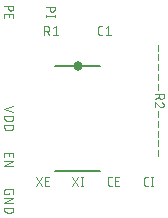
<source format=gbr>
G04 EAGLE Gerber RS-274X export*
G75*
%MOMM*%
%FSLAX34Y34*%
%LPD*%
%INSilkscreen Top*%
%IPPOS*%
%AMOC8*
5,1,8,0,0,1.08239X$1,22.5*%
G01*
%ADD10C,0.050800*%
%ADD11C,0.127000*%
%ADD12C,0.800000*%


D10*
X115713Y160254D02*
X114019Y160254D01*
X113938Y160256D01*
X113858Y160262D01*
X113778Y160271D01*
X113699Y160285D01*
X113620Y160302D01*
X113542Y160323D01*
X113465Y160347D01*
X113390Y160375D01*
X113316Y160407D01*
X113243Y160442D01*
X113173Y160481D01*
X113104Y160523D01*
X113037Y160568D01*
X112972Y160616D01*
X112910Y160668D01*
X112851Y160722D01*
X112794Y160779D01*
X112740Y160838D01*
X112688Y160900D01*
X112640Y160965D01*
X112595Y161032D01*
X112553Y161101D01*
X112514Y161171D01*
X112479Y161244D01*
X112447Y161318D01*
X112419Y161393D01*
X112395Y161470D01*
X112374Y161548D01*
X112357Y161627D01*
X112343Y161706D01*
X112334Y161786D01*
X112328Y161866D01*
X112326Y161947D01*
X112326Y166181D01*
X112328Y166262D01*
X112334Y166342D01*
X112343Y166422D01*
X112357Y166501D01*
X112374Y166580D01*
X112395Y166658D01*
X112419Y166735D01*
X112447Y166810D01*
X112479Y166884D01*
X112514Y166957D01*
X112553Y167027D01*
X112595Y167096D01*
X112640Y167163D01*
X112688Y167228D01*
X112740Y167290D01*
X112794Y167349D01*
X112851Y167406D01*
X112910Y167460D01*
X112972Y167512D01*
X113037Y167560D01*
X113104Y167605D01*
X113172Y167647D01*
X113243Y167686D01*
X113316Y167721D01*
X113390Y167753D01*
X113465Y167781D01*
X113542Y167805D01*
X113620Y167826D01*
X113699Y167843D01*
X113778Y167857D01*
X113858Y167866D01*
X113938Y167872D01*
X114019Y167874D01*
X115713Y167874D01*
X118441Y166181D02*
X120557Y167874D01*
X120557Y160254D01*
X118441Y160254D02*
X122674Y160254D01*
X123508Y32754D02*
X121814Y32754D01*
X121733Y32756D01*
X121653Y32762D01*
X121573Y32771D01*
X121494Y32785D01*
X121415Y32802D01*
X121337Y32823D01*
X121260Y32847D01*
X121185Y32875D01*
X121111Y32907D01*
X121038Y32942D01*
X120968Y32981D01*
X120899Y33023D01*
X120832Y33068D01*
X120767Y33116D01*
X120705Y33168D01*
X120646Y33222D01*
X120589Y33279D01*
X120535Y33338D01*
X120483Y33400D01*
X120435Y33465D01*
X120390Y33532D01*
X120348Y33601D01*
X120309Y33671D01*
X120274Y33744D01*
X120242Y33818D01*
X120214Y33893D01*
X120190Y33970D01*
X120169Y34048D01*
X120152Y34127D01*
X120138Y34206D01*
X120129Y34286D01*
X120123Y34366D01*
X120121Y34447D01*
X120121Y38681D01*
X120123Y38762D01*
X120129Y38842D01*
X120138Y38922D01*
X120152Y39001D01*
X120169Y39080D01*
X120190Y39158D01*
X120214Y39235D01*
X120242Y39310D01*
X120274Y39384D01*
X120309Y39457D01*
X120348Y39527D01*
X120390Y39596D01*
X120435Y39663D01*
X120483Y39728D01*
X120535Y39790D01*
X120589Y39849D01*
X120646Y39906D01*
X120705Y39960D01*
X120767Y40012D01*
X120832Y40060D01*
X120899Y40105D01*
X120967Y40147D01*
X121038Y40186D01*
X121111Y40221D01*
X121185Y40253D01*
X121260Y40281D01*
X121337Y40305D01*
X121415Y40326D01*
X121494Y40343D01*
X121573Y40357D01*
X121653Y40366D01*
X121733Y40372D01*
X121814Y40374D01*
X123508Y40374D01*
X126492Y32754D02*
X129879Y32754D01*
X126492Y32754D02*
X126492Y40374D01*
X129879Y40374D01*
X129032Y36987D02*
X126492Y36987D01*
X152886Y32754D02*
X154579Y32754D01*
X152886Y32754D02*
X152805Y32756D01*
X152725Y32762D01*
X152645Y32771D01*
X152566Y32785D01*
X152487Y32802D01*
X152409Y32823D01*
X152332Y32847D01*
X152257Y32875D01*
X152183Y32907D01*
X152110Y32942D01*
X152040Y32981D01*
X151971Y33023D01*
X151904Y33068D01*
X151839Y33116D01*
X151777Y33168D01*
X151718Y33222D01*
X151661Y33279D01*
X151607Y33338D01*
X151555Y33400D01*
X151507Y33465D01*
X151462Y33532D01*
X151420Y33601D01*
X151381Y33671D01*
X151346Y33744D01*
X151314Y33818D01*
X151286Y33893D01*
X151262Y33970D01*
X151241Y34048D01*
X151224Y34127D01*
X151210Y34206D01*
X151201Y34286D01*
X151195Y34366D01*
X151193Y34447D01*
X151192Y34447D02*
X151192Y38681D01*
X151193Y38681D02*
X151195Y38762D01*
X151201Y38842D01*
X151210Y38922D01*
X151224Y39001D01*
X151241Y39080D01*
X151262Y39158D01*
X151286Y39235D01*
X151314Y39310D01*
X151346Y39384D01*
X151381Y39457D01*
X151420Y39527D01*
X151462Y39596D01*
X151507Y39663D01*
X151555Y39728D01*
X151607Y39790D01*
X151661Y39849D01*
X151718Y39906D01*
X151777Y39960D01*
X151839Y40012D01*
X151904Y40060D01*
X151971Y40105D01*
X152039Y40147D01*
X152110Y40186D01*
X152183Y40221D01*
X152257Y40253D01*
X152332Y40281D01*
X152409Y40305D01*
X152487Y40326D01*
X152566Y40343D01*
X152645Y40357D01*
X152725Y40366D01*
X152805Y40372D01*
X152886Y40374D01*
X154579Y40374D01*
X157961Y40374D02*
X157961Y32754D01*
X157114Y32754D02*
X158808Y32754D01*
X158808Y40374D02*
X157114Y40374D01*
X32754Y56893D02*
X32754Y60280D01*
X40374Y60280D01*
X40374Y56893D01*
X36987Y57740D02*
X36987Y60280D01*
X40374Y53953D02*
X32754Y53953D01*
X32754Y49720D02*
X40374Y53953D01*
X40374Y49720D02*
X32754Y49720D01*
X36987Y26956D02*
X36987Y25686D01*
X32754Y25686D01*
X32754Y28226D01*
X32756Y28307D01*
X32762Y28387D01*
X32771Y28467D01*
X32785Y28546D01*
X32802Y28625D01*
X32823Y28703D01*
X32847Y28780D01*
X32875Y28855D01*
X32907Y28929D01*
X32942Y29002D01*
X32981Y29073D01*
X33023Y29141D01*
X33068Y29208D01*
X33116Y29273D01*
X33168Y29335D01*
X33222Y29394D01*
X33279Y29451D01*
X33338Y29505D01*
X33400Y29557D01*
X33465Y29605D01*
X33532Y29650D01*
X33601Y29692D01*
X33671Y29731D01*
X33744Y29766D01*
X33818Y29798D01*
X33893Y29826D01*
X33970Y29850D01*
X34048Y29871D01*
X34127Y29888D01*
X34206Y29902D01*
X34286Y29911D01*
X34366Y29917D01*
X34447Y29919D01*
X34447Y29920D02*
X38681Y29920D01*
X38681Y29919D02*
X38762Y29917D01*
X38842Y29911D01*
X38922Y29902D01*
X39001Y29888D01*
X39080Y29871D01*
X39158Y29850D01*
X39235Y29826D01*
X39310Y29798D01*
X39384Y29766D01*
X39457Y29731D01*
X39527Y29692D01*
X39596Y29650D01*
X39663Y29605D01*
X39728Y29557D01*
X39790Y29505D01*
X39849Y29451D01*
X39906Y29394D01*
X39960Y29335D01*
X40012Y29273D01*
X40060Y29208D01*
X40105Y29141D01*
X40147Y29073D01*
X40186Y29002D01*
X40221Y28929D01*
X40253Y28855D01*
X40281Y28780D01*
X40305Y28703D01*
X40326Y28625D01*
X40343Y28546D01*
X40357Y28467D01*
X40366Y28387D01*
X40372Y28307D01*
X40374Y28226D01*
X40374Y25686D01*
X40374Y22117D02*
X32754Y22117D01*
X32754Y17883D02*
X40374Y22117D01*
X40374Y17883D02*
X32754Y17883D01*
X32754Y14314D02*
X40374Y14314D01*
X40374Y12197D01*
X40372Y12107D01*
X40366Y12017D01*
X40357Y11928D01*
X40344Y11839D01*
X40326Y11751D01*
X40306Y11664D01*
X40281Y11577D01*
X40253Y11492D01*
X40221Y11408D01*
X40186Y11325D01*
X40147Y11244D01*
X40105Y11165D01*
X40060Y11087D01*
X40011Y11012D01*
X39959Y10938D01*
X39904Y10867D01*
X39846Y10798D01*
X39785Y10732D01*
X39722Y10669D01*
X39656Y10608D01*
X39587Y10550D01*
X39516Y10495D01*
X39442Y10443D01*
X39367Y10394D01*
X39289Y10349D01*
X39210Y10307D01*
X39129Y10268D01*
X39046Y10233D01*
X38962Y10201D01*
X38877Y10173D01*
X38790Y10148D01*
X38703Y10128D01*
X38615Y10110D01*
X38526Y10097D01*
X38437Y10088D01*
X38347Y10082D01*
X38257Y10080D01*
X34871Y10080D01*
X34781Y10082D01*
X34691Y10088D01*
X34602Y10097D01*
X34513Y10110D01*
X34425Y10128D01*
X34338Y10148D01*
X34251Y10173D01*
X34166Y10201D01*
X34082Y10233D01*
X33999Y10268D01*
X33918Y10307D01*
X33839Y10349D01*
X33761Y10394D01*
X33686Y10443D01*
X33612Y10495D01*
X33541Y10550D01*
X33472Y10608D01*
X33406Y10669D01*
X33343Y10732D01*
X33282Y10798D01*
X33224Y10867D01*
X33169Y10938D01*
X33117Y11012D01*
X33068Y11087D01*
X33023Y11165D01*
X32981Y11244D01*
X32942Y11325D01*
X32907Y11408D01*
X32875Y11492D01*
X32847Y11577D01*
X32822Y11664D01*
X32802Y11751D01*
X32784Y11839D01*
X32771Y11928D01*
X32762Y12017D01*
X32756Y12107D01*
X32754Y12197D01*
X32754Y14314D01*
X32754Y185309D02*
X40374Y185309D01*
X40374Y183192D01*
X40372Y183101D01*
X40366Y183010D01*
X40356Y182919D01*
X40343Y182829D01*
X40325Y182740D01*
X40304Y182651D01*
X40279Y182564D01*
X40250Y182477D01*
X40217Y182392D01*
X40181Y182309D01*
X40141Y182227D01*
X40098Y182147D01*
X40051Y182068D01*
X40001Y181992D01*
X39948Y181918D01*
X39892Y181847D01*
X39832Y181778D01*
X39770Y181711D01*
X39705Y181648D01*
X39637Y181587D01*
X39567Y181529D01*
X39494Y181474D01*
X39419Y181422D01*
X39342Y181374D01*
X39262Y181329D01*
X39181Y181287D01*
X39099Y181249D01*
X39014Y181215D01*
X38928Y181184D01*
X38841Y181157D01*
X38753Y181134D01*
X38664Y181115D01*
X38575Y181099D01*
X38484Y181087D01*
X38394Y181079D01*
X38303Y181075D01*
X38211Y181075D01*
X38120Y181079D01*
X38030Y181087D01*
X37939Y181099D01*
X37850Y181115D01*
X37761Y181134D01*
X37673Y181157D01*
X37586Y181184D01*
X37500Y181215D01*
X37415Y181249D01*
X37333Y181287D01*
X37252Y181329D01*
X37172Y181374D01*
X37095Y181422D01*
X37020Y181474D01*
X36947Y181529D01*
X36877Y181587D01*
X36809Y181648D01*
X36744Y181711D01*
X36682Y181778D01*
X36622Y181847D01*
X36566Y181918D01*
X36513Y181992D01*
X36463Y182068D01*
X36416Y182147D01*
X36373Y182227D01*
X36333Y182309D01*
X36297Y182392D01*
X36264Y182477D01*
X36235Y182564D01*
X36210Y182651D01*
X36189Y182740D01*
X36171Y182829D01*
X36158Y182919D01*
X36148Y183010D01*
X36142Y183101D01*
X36140Y183192D01*
X36141Y183192D02*
X36141Y185309D01*
X32754Y178078D02*
X32754Y174691D01*
X32754Y178078D02*
X40374Y178078D01*
X40374Y174691D01*
X36987Y175538D02*
X36987Y178078D01*
X67754Y184238D02*
X75374Y184238D01*
X75374Y182121D01*
X75372Y182030D01*
X75366Y181939D01*
X75356Y181848D01*
X75343Y181758D01*
X75325Y181669D01*
X75304Y181580D01*
X75279Y181493D01*
X75250Y181406D01*
X75217Y181321D01*
X75181Y181238D01*
X75141Y181156D01*
X75098Y181076D01*
X75051Y180997D01*
X75001Y180921D01*
X74948Y180847D01*
X74892Y180776D01*
X74832Y180707D01*
X74770Y180640D01*
X74705Y180577D01*
X74637Y180516D01*
X74567Y180458D01*
X74494Y180403D01*
X74419Y180351D01*
X74342Y180303D01*
X74262Y180258D01*
X74181Y180216D01*
X74099Y180178D01*
X74014Y180144D01*
X73928Y180113D01*
X73841Y180086D01*
X73753Y180063D01*
X73664Y180044D01*
X73575Y180028D01*
X73484Y180016D01*
X73394Y180008D01*
X73303Y180004D01*
X73211Y180004D01*
X73120Y180008D01*
X73030Y180016D01*
X72939Y180028D01*
X72850Y180044D01*
X72761Y180063D01*
X72673Y180086D01*
X72586Y180113D01*
X72500Y180144D01*
X72415Y180178D01*
X72333Y180216D01*
X72252Y180258D01*
X72172Y180303D01*
X72095Y180351D01*
X72020Y180403D01*
X71947Y180458D01*
X71877Y180516D01*
X71809Y180577D01*
X71744Y180640D01*
X71682Y180707D01*
X71622Y180776D01*
X71566Y180847D01*
X71513Y180921D01*
X71463Y180997D01*
X71416Y181076D01*
X71373Y181156D01*
X71333Y181238D01*
X71297Y181321D01*
X71264Y181406D01*
X71235Y181493D01*
X71210Y181580D01*
X71189Y181669D01*
X71171Y181758D01*
X71158Y181848D01*
X71148Y181939D01*
X71142Y182030D01*
X71140Y182121D01*
X71141Y182121D02*
X71141Y184238D01*
X67754Y176609D02*
X75374Y176609D01*
X67754Y177456D02*
X67754Y175762D01*
X75374Y175762D02*
X75374Y177456D01*
X66747Y167874D02*
X66747Y160254D01*
X66747Y167874D02*
X68863Y167874D01*
X68954Y167872D01*
X69045Y167866D01*
X69136Y167856D01*
X69226Y167843D01*
X69315Y167825D01*
X69404Y167804D01*
X69491Y167779D01*
X69578Y167750D01*
X69663Y167717D01*
X69746Y167681D01*
X69828Y167641D01*
X69908Y167598D01*
X69987Y167551D01*
X70063Y167501D01*
X70137Y167448D01*
X70208Y167392D01*
X70277Y167332D01*
X70344Y167270D01*
X70407Y167205D01*
X70468Y167137D01*
X70526Y167067D01*
X70581Y166994D01*
X70633Y166919D01*
X70681Y166842D01*
X70726Y166762D01*
X70768Y166681D01*
X70806Y166599D01*
X70840Y166514D01*
X70871Y166428D01*
X70898Y166341D01*
X70921Y166253D01*
X70940Y166164D01*
X70956Y166075D01*
X70968Y165984D01*
X70976Y165894D01*
X70980Y165803D01*
X70980Y165711D01*
X70976Y165620D01*
X70968Y165530D01*
X70956Y165439D01*
X70940Y165350D01*
X70921Y165261D01*
X70898Y165173D01*
X70871Y165086D01*
X70840Y165000D01*
X70806Y164915D01*
X70768Y164833D01*
X70726Y164752D01*
X70681Y164672D01*
X70633Y164595D01*
X70581Y164520D01*
X70526Y164447D01*
X70468Y164377D01*
X70407Y164309D01*
X70344Y164244D01*
X70277Y164182D01*
X70208Y164122D01*
X70137Y164066D01*
X70063Y164013D01*
X69987Y163963D01*
X69908Y163916D01*
X69828Y163873D01*
X69746Y163833D01*
X69663Y163797D01*
X69578Y163764D01*
X69491Y163735D01*
X69404Y163710D01*
X69315Y163689D01*
X69226Y163671D01*
X69136Y163658D01*
X69045Y163648D01*
X68954Y163642D01*
X68863Y163640D01*
X68863Y163641D02*
X66747Y163641D01*
X69287Y163641D02*
X70980Y160254D01*
X74020Y166181D02*
X76137Y167874D01*
X76137Y160254D01*
X78253Y160254D02*
X74020Y160254D01*
X163217Y152285D02*
X163217Y147205D01*
X163217Y143994D02*
X163217Y138914D01*
X163217Y135704D02*
X163217Y130624D01*
X163217Y127413D02*
X163217Y122333D01*
X163217Y119122D02*
X163217Y114042D01*
X160254Y110610D02*
X167874Y110610D01*
X167874Y108494D01*
X167872Y108403D01*
X167866Y108312D01*
X167856Y108221D01*
X167843Y108131D01*
X167825Y108042D01*
X167804Y107953D01*
X167779Y107866D01*
X167750Y107779D01*
X167717Y107694D01*
X167681Y107611D01*
X167641Y107529D01*
X167598Y107449D01*
X167551Y107370D01*
X167501Y107294D01*
X167448Y107220D01*
X167392Y107149D01*
X167332Y107080D01*
X167270Y107013D01*
X167205Y106950D01*
X167137Y106889D01*
X167067Y106831D01*
X166994Y106776D01*
X166919Y106724D01*
X166842Y106676D01*
X166762Y106631D01*
X166681Y106589D01*
X166599Y106551D01*
X166514Y106517D01*
X166428Y106486D01*
X166341Y106459D01*
X166253Y106436D01*
X166164Y106417D01*
X166075Y106401D01*
X165984Y106389D01*
X165894Y106381D01*
X165803Y106377D01*
X165711Y106377D01*
X165620Y106381D01*
X165530Y106389D01*
X165439Y106401D01*
X165350Y106417D01*
X165261Y106436D01*
X165173Y106459D01*
X165086Y106486D01*
X165000Y106517D01*
X164915Y106551D01*
X164833Y106589D01*
X164752Y106631D01*
X164672Y106676D01*
X164595Y106724D01*
X164520Y106776D01*
X164447Y106831D01*
X164377Y106889D01*
X164309Y106950D01*
X164244Y107013D01*
X164182Y107080D01*
X164122Y107149D01*
X164066Y107220D01*
X164013Y107294D01*
X163963Y107370D01*
X163916Y107449D01*
X163873Y107529D01*
X163833Y107611D01*
X163797Y107694D01*
X163764Y107779D01*
X163735Y107866D01*
X163710Y107953D01*
X163689Y108042D01*
X163671Y108131D01*
X163658Y108221D01*
X163648Y108312D01*
X163642Y108403D01*
X163640Y108494D01*
X163641Y108494D02*
X163641Y110610D01*
X163641Y108070D02*
X160254Y106377D01*
X165969Y99104D02*
X166054Y99106D01*
X166140Y99112D01*
X166225Y99121D01*
X166309Y99135D01*
X166393Y99152D01*
X166476Y99173D01*
X166558Y99197D01*
X166638Y99225D01*
X166718Y99257D01*
X166796Y99293D01*
X166872Y99331D01*
X166946Y99374D01*
X167018Y99419D01*
X167089Y99468D01*
X167157Y99520D01*
X167222Y99574D01*
X167285Y99632D01*
X167346Y99693D01*
X167404Y99756D01*
X167458Y99821D01*
X167510Y99889D01*
X167559Y99960D01*
X167604Y100032D01*
X167647Y100106D01*
X167685Y100182D01*
X167721Y100260D01*
X167753Y100340D01*
X167781Y100420D01*
X167805Y100502D01*
X167826Y100585D01*
X167843Y100669D01*
X167857Y100753D01*
X167866Y100838D01*
X167872Y100924D01*
X167874Y101009D01*
X167872Y101105D01*
X167866Y101201D01*
X167857Y101297D01*
X167844Y101392D01*
X167827Y101487D01*
X167806Y101581D01*
X167782Y101674D01*
X167754Y101766D01*
X167723Y101857D01*
X167687Y101946D01*
X167649Y102034D01*
X167607Y102121D01*
X167562Y102205D01*
X167513Y102288D01*
X167461Y102369D01*
X167406Y102448D01*
X167348Y102525D01*
X167287Y102599D01*
X167223Y102671D01*
X167156Y102740D01*
X167087Y102807D01*
X167015Y102871D01*
X166941Y102932D01*
X166864Y102990D01*
X166785Y103045D01*
X166704Y103096D01*
X166621Y103145D01*
X166536Y103190D01*
X166450Y103232D01*
X166361Y103271D01*
X166272Y103306D01*
X166181Y103337D01*
X164487Y99739D02*
X164549Y99677D01*
X164613Y99618D01*
X164679Y99562D01*
X164748Y99508D01*
X164819Y99458D01*
X164893Y99410D01*
X164968Y99366D01*
X165045Y99325D01*
X165123Y99287D01*
X165203Y99253D01*
X165285Y99222D01*
X165368Y99194D01*
X165451Y99171D01*
X165536Y99150D01*
X165622Y99134D01*
X165708Y99121D01*
X165795Y99111D01*
X165882Y99106D01*
X165969Y99104D01*
X164487Y99739D02*
X160254Y103337D01*
X160254Y99104D01*
X163217Y95958D02*
X163217Y90878D01*
X163217Y87667D02*
X163217Y82587D01*
X163217Y79376D02*
X163217Y74296D01*
X163217Y71086D02*
X163217Y66006D01*
X163217Y62795D02*
X163217Y57715D01*
X40374Y100009D02*
X32754Y97469D01*
X40374Y94929D01*
X40374Y92027D02*
X32754Y92027D01*
X40374Y92027D02*
X40374Y89910D01*
X40372Y89820D01*
X40366Y89730D01*
X40357Y89641D01*
X40344Y89552D01*
X40326Y89464D01*
X40306Y89377D01*
X40281Y89290D01*
X40253Y89205D01*
X40221Y89121D01*
X40186Y89038D01*
X40147Y88957D01*
X40105Y88878D01*
X40060Y88800D01*
X40011Y88725D01*
X39959Y88651D01*
X39904Y88580D01*
X39846Y88511D01*
X39785Y88445D01*
X39722Y88382D01*
X39656Y88321D01*
X39587Y88263D01*
X39516Y88208D01*
X39442Y88156D01*
X39367Y88107D01*
X39289Y88062D01*
X39210Y88020D01*
X39129Y87981D01*
X39046Y87946D01*
X38962Y87914D01*
X38877Y87886D01*
X38790Y87861D01*
X38703Y87841D01*
X38615Y87823D01*
X38526Y87810D01*
X38437Y87801D01*
X38347Y87795D01*
X38257Y87793D01*
X38257Y87794D02*
X34871Y87794D01*
X34871Y87793D02*
X34781Y87795D01*
X34691Y87801D01*
X34602Y87810D01*
X34513Y87823D01*
X34425Y87841D01*
X34338Y87861D01*
X34251Y87886D01*
X34166Y87914D01*
X34082Y87946D01*
X33999Y87981D01*
X33918Y88020D01*
X33839Y88062D01*
X33761Y88107D01*
X33686Y88156D01*
X33612Y88208D01*
X33541Y88263D01*
X33472Y88321D01*
X33406Y88382D01*
X33343Y88445D01*
X33282Y88511D01*
X33224Y88580D01*
X33169Y88651D01*
X33117Y88725D01*
X33068Y88800D01*
X33023Y88878D01*
X32981Y88957D01*
X32942Y89038D01*
X32907Y89121D01*
X32875Y89205D01*
X32847Y89290D01*
X32822Y89377D01*
X32802Y89464D01*
X32784Y89552D01*
X32771Y89641D01*
X32762Y89730D01*
X32756Y89820D01*
X32754Y89910D01*
X32754Y92027D01*
X32754Y84224D02*
X40374Y84224D01*
X40374Y82107D01*
X40372Y82017D01*
X40366Y81927D01*
X40357Y81838D01*
X40344Y81749D01*
X40326Y81661D01*
X40306Y81574D01*
X40281Y81487D01*
X40253Y81402D01*
X40221Y81318D01*
X40186Y81235D01*
X40147Y81154D01*
X40105Y81075D01*
X40060Y80997D01*
X40011Y80922D01*
X39959Y80848D01*
X39904Y80777D01*
X39846Y80708D01*
X39785Y80642D01*
X39722Y80579D01*
X39656Y80518D01*
X39587Y80460D01*
X39516Y80405D01*
X39442Y80353D01*
X39367Y80304D01*
X39289Y80259D01*
X39210Y80217D01*
X39129Y80178D01*
X39046Y80143D01*
X38962Y80111D01*
X38877Y80083D01*
X38790Y80058D01*
X38703Y80038D01*
X38615Y80020D01*
X38526Y80007D01*
X38437Y79998D01*
X38347Y79992D01*
X38257Y79990D01*
X38257Y79991D02*
X34871Y79991D01*
X34871Y79990D02*
X34781Y79992D01*
X34691Y79998D01*
X34602Y80007D01*
X34513Y80020D01*
X34425Y80038D01*
X34338Y80058D01*
X34251Y80083D01*
X34166Y80111D01*
X34082Y80143D01*
X33999Y80178D01*
X33918Y80217D01*
X33839Y80259D01*
X33761Y80304D01*
X33686Y80353D01*
X33612Y80405D01*
X33541Y80460D01*
X33472Y80518D01*
X33406Y80579D01*
X33343Y80642D01*
X33282Y80708D01*
X33224Y80777D01*
X33169Y80848D01*
X33117Y80922D01*
X33068Y80997D01*
X33023Y81075D01*
X32981Y81154D01*
X32942Y81235D01*
X32907Y81318D01*
X32875Y81402D01*
X32847Y81487D01*
X32822Y81574D01*
X32802Y81661D01*
X32784Y81749D01*
X32771Y81838D01*
X32762Y81927D01*
X32756Y82017D01*
X32754Y82107D01*
X32754Y84224D01*
X64389Y40374D02*
X59309Y32754D01*
X64389Y32754D02*
X59309Y40374D01*
X67304Y32754D02*
X70691Y32754D01*
X67304Y32754D02*
X67304Y40374D01*
X70691Y40374D01*
X69844Y36987D02*
X67304Y36987D01*
X90381Y32754D02*
X95461Y40374D01*
X90381Y40374D02*
X95461Y32754D01*
X98773Y32754D02*
X98773Y40374D01*
X97926Y32754D02*
X99619Y32754D01*
X99619Y40374D02*
X97926Y40374D01*
D11*
X114050Y134450D02*
X75950Y134450D01*
X75950Y45550D02*
X114050Y45550D01*
D12*
X95000Y134450D03*
M02*

</source>
